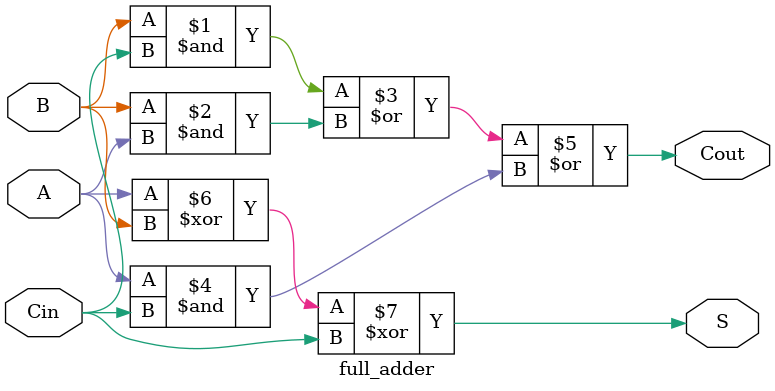
<source format=v>
`timescale 1ns / 1ps

`timescale 1ns / 1ps

module full_adder(
    input A,
    input B,
    input Cin,
    output S,
    output Cout
    );
    
    assign Cout = ((B&Cin) | (B&A) | (A&Cin));
    assign S = (A ^B ^ Cin);
     
endmodule



</source>
